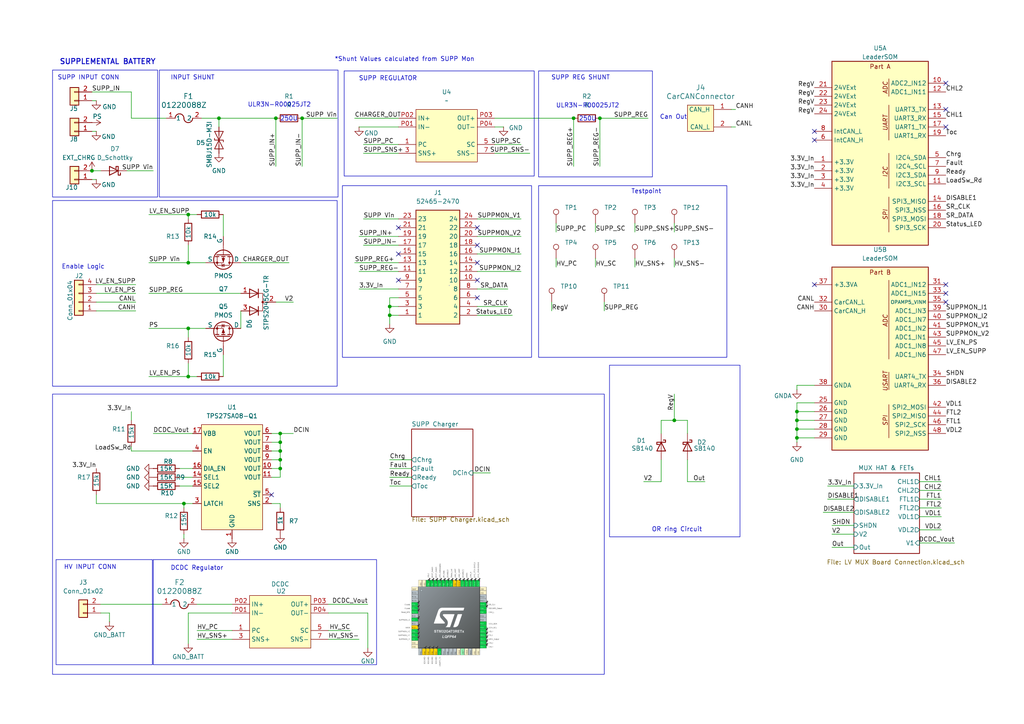
<source format=kicad_sch>
(kicad_sch (version 20250114) (generator "eeschema") (generator_version "9.0")
  (paper "A4")
  (lib_symbols
    (symbol "Connector:TestPoint" (pin_numbers (hide yes)) (pin_names (offset 0.762) (hide yes))
      (property "Reference" "TP" (at 0 6.858 0))
      (property "Value" "TestPoint" (at 0 5.08 0))
      (symbol "TestPoint_1_1"
        (pin passive line (at 0 0 90) (length 2.54) (name "1") (number "1"))
      )
    )
    (symbol "Connector_Generic:Conn_01x02" (pin_names (offset 1.016) (hide yes))
      (property "Reference" "J" (at 0 2.54 0))
      (property "Value" "Conn_01x02" (at 0 -5.08 0))
      (symbol "Conn_01x02_1_1"
        (pin passive line (at -5.08 0 0) (length 3.81) (name "Pin_1") (number "1"))
        (pin passive line (at -5.08 -2.54 0) (length 3.81) (name "Pin_2") (number "2"))
      )
    )
    (symbol "Connector_Generic:Conn_01x04" (pin_names (offset 1.016) (hide yes))
      (property "Reference" "J" (at 0 5.08 0))
      (property "Value" "Conn_01x04" (at 0 -7.62 0))
      (symbol "Conn_01x04_1_1"
        (pin passive line (at -5.08 2.54 0) (length 3.81) (name "Pin_1") (number "1"))
        (pin passive line (at -5.08 0 0) (length 3.81) (name "Pin_2") (number "2"))
        (pin passive line (at -5.08 -2.54 0) (length 3.81) (name "Pin_3") (number "3"))
        (pin passive line (at -5.08 -5.08 0) (length 3.81) (name "Pin_4") (number "4"))
      )
    )
    (symbol "Device:D_Schottky" (pin_numbers (hide yes)) (pin_names (offset 1.016) (hide yes))
      (property "Reference" "D" (at 0 2.54 0))
      (property "Value" "D_Schottky" (at 0 -2.54 0))
      (symbol "D_Schottky_1_1"
        (pin passive line (at -3.81 0 0) (length 2.54) (name "K") (number "1"))
        (pin passive line (at 3.81 0 180) (length 2.54) (name "A") (number "2"))
      )
    )
    (symbol "Device:R" (pin_numbers (hide yes)) (pin_names (offset 0))
      (property "Reference" "R" (at 2.032 0 90))
      (property "Value" "R" (at 0 0 90))
      (symbol "R_1_1"
        (pin passive line (at 0 3.81 270) (length 1.27) (name "~") (number "1"))
        (pin passive line (at 0 -3.81 90) (length 1.27) (name "~") (number "2"))
      )
    )
    (symbol "Diode:SB140" (pin_numbers (hide yes)) (pin_names (offset 1.016) (hide yes))
      (property "Reference" "D" (at 0 2.54 0))
      (property "Value" "SB140" (at 0 -2.54 0))
      (symbol "SB140_1_1"
        (pin passive line (at -3.81 0 0) (length 2.54) (name "K") (number "1"))
        (pin passive line (at 3.81 0 180) (length 2.54) (name "A") (number "2"))
      )
    )
    (symbol "Fuse:01220088Z" (pin_names (offset 0.254))
      (property "Reference" "F" (at 5.08 3.175 0))
      (property "Value" "01220088Z" (at 5.08 -3.175 0))
      (symbol "01220088Z_1_1"
        (pin unspecified line (at 0 0 0) (length 2.54) (name "1") (number "1"))
        (pin unspecified line (at 10.16 0 180) (length 2.54) (name "2") (number "2"))
      )
      (symbol "01220088Z_1_2"
        (pin unspecified line (at 0 10.16 270) (length 2.54) (name "2") (number "2"))
        (pin unspecified line (at 0 0 90) (length 2.54) (name "1") (number "1"))
      )
    )
    (symbol "LV Base Library:SBLB25L30CT" (pin_names (offset 0.762) (hide yes))
      (property "Reference" "D" (at 0 5.08 0))
      (property "Value" "STPS2045CG-TR" (at 0 -5.08 0))
      (symbol "SBLB25L30CT_0_1"
        (pin passive line (at -5.08 2.54 0) (length 2.54) (name "A") (number "1"))
        (pin passive line (at -5.08 -2.54 0) (length 2.54) (name "A") (number "3"))
        (pin passive line (at 5.08 0 180) (length 2.54) (name "K") (number "2"))
      )
    )
    (symbol "PDU Lib:TPS27SA08-Q1"
      (property "Reference" "U" (at 0 18.542 0))
      (property "Value" "TPS27SA08-Q1" (at 0 16.51 0))
      (symbol "TPS27SA08-Q1_1_0"
        (pin power_in line (at -11.43 12.7 0) (length 2.54) (name "VBB") (number "17"))
        (pin input line (at -11.43 7.62 0) (length 2.54) (name "EN") (number "4"))
        (pin input line (at -11.43 2.54 0) (length 2.54) (name "DIA_EN") (number "16"))
        (pin input line (at -11.43 0 0) (length 2.54) (name "SEL1") (number "14"))
        (pin input line (at -11.43 -2.54 0) (length 2.54) (name "SEL2") (number "15"))
        (pin input line (at -11.43 -7.62 0) (length 2.54) (name "LATCH") (number "3"))
        (pin no_connect line (at -11.43 -11.43 0) (length 2.54) (hide yes) (name "NC") (number "12"))
        (pin no_connect line (at -11.43 -13.97 0) (length 2.54) (hide yes) (name "NC") (number "13"))
        (pin power_out line (at 11.43 12.7 180) (length 2.54) (name "VOUT") (number "6"))
        (pin power_out line (at 11.43 10.16 180) (length 2.54) (name "VOUT") (number "7"))
        (pin power_out line (at 11.43 7.62 180) (length 2.54) (name "VOUT") (number "8"))
        (pin power_out line (at 11.43 5.08 180) (length 2.54) (name "VOUT") (number "9"))
        (pin power_out line (at 11.43 2.54 180) (length 2.54) (name "VOUT") (number "10"))
        (pin power_out line (at 11.43 0 180) (length 2.54) (name "VOUT") (number "11"))
        (pin output line (at 11.43 -5.08 180) (length 2.54) (name "~{ST}") (number "5"))
        (pin output line (at 11.43 -7.62 180) (length 2.54) (name "SNS") (number "2"))
      )
      (symbol "TPS27SA08-Q1_1_1"
        (pin passive line (at 0 -17.78 90) (length 2.54) (name "GND") (number "1"))
      )
    )
    (symbol "PowerBoardLib:SMBJ15D-M3I" (pin_numbers (hide yes)) (pin_names (hide yes))
      (property "Reference" "D" (at 0 5.08 0))
      (property "Value" "SMBJ15D-M3I" (at 0 2.54 0))
      (symbol "SMBJ15D-M3I_1_1"
        (pin passive line (at -3.81 0 0) (length 2.54) (name "K") (number "1"))
        (pin passive line (at 3.81 0 180) (length 2.54) (name "A") (number "2"))
      )
    )
    (symbol "Simulation_SPICE:PMOS" (pin_numbers (hide yes)) (pin_names (offset 0))
      (property "Reference" "Q" (at 5.08 1.27 0))
      (property "Value" "PMOS" (at 5.08 -1.27 0))
      (symbol "PMOS_1_1"
        (pin input line (at -5.08 0 0) (length 2.54) (name "G") (number "2"))
        (pin passive line (at 2.54 5.08 270) (length 2.54) (name "D") (number "1"))
        (pin passive line (at 2.54 -5.08 90) (length 2.54) (name "S") (number "3"))
      )
    )
    (symbol "power:+24V" (power) (pin_numbers (hide yes)) (pin_names (offset 0) (hide yes))
      (property "Value" "+24V" (at 0 3.556 0))
      (symbol "+24V_1_1"
        (pin power_in line (at 0 0 90) (length 0) (name "~") (number "1"))
      )
    )
    (symbol "power:GND" (power) (pin_numbers (hide yes)) (pin_names (offset 0) (hide yes))
      (property "Value" "GND" (at 0 -3.81 0))
      (symbol "GND_1_1"
        (pin power_in line (at 0 0 270) (length 0) (name "~") (number "1"))
      )
    )
    (symbol "power:GND1" (power) (pin_numbers (hide yes)) (pin_names (offset 0) (hide yes))
      (property "Value" "GND1" (at 0 -3.81 0))
      (symbol "GND1_1_1"
        (pin power_in line (at 0 0 270) (length 0) (name "~") (number "1"))
      )
    )
    (symbol "power:GNDA" (power) (pin_numbers (hide yes)) (pin_names (offset 0) (hide yes))
      (property "Value" "GNDA" (at 0 -3.81 0))
      (symbol "GNDA_1_1"
        (pin power_in line (at 0 0 270) (length 0) (name "~") (number "1"))
      )
    )
    (symbol "utsvt_connectors:52465-2470"
      (property "Reference" "J" (at 10.16 7.366 0))
      (property "Value" "52465-2470" (at 5.334 4.826 0))
      (symbol "52465-2470_1_1"
        (pin passive line (at 0 0 0) (length 5.08) (name "23") (number "23"))
        (pin passive line (at 0 -2.54 0) (length 5.08) (name "21") (number "21"))
        (pin passive line (at 0 -5.08 0) (length 5.08) (name "19") (number "19"))
        (pin passive line (at 0 -7.62 0) (length 5.08) (name "17") (number "17"))
        (pin passive line (at 0 -10.16 0) (length 5.08) (name "15") (number "15"))
        (pin passive line (at 0 -12.7 0) (length 5.08) (name "13") (number "13"))
        (pin passive line (at 0 -15.24 0) (length 5.08) (name "11") (number "11"))
        (pin passive line (at 0 -17.78 0) (length 5.08) (name "9") (number "9"))
        (pin passive line (at 0 -20.32 0) (length 5.08) (name "7") (number "7"))
        (pin passive line (at 0 -22.86 0) (length 5.08) (name "5") (number "5"))
        (pin passive line (at 0 -25.4 0) (length 5.08) (name "3") (number "3"))
        (pin passive line (at 0 -27.94 0) (length 5.08) (name "1") (number "1"))
        (pin passive line (at 22.86 0 180) (length 5.08) (name "24") (number "24"))
        (pin passive line (at 22.86 -2.54 180) (length 5.08) (name "22") (number "22"))
        (pin passive line (at 22.86 -5.08 180) (length 5.08) (name "20") (number "20"))
        (pin passive line (at 22.86 -7.62 180) (length 5.08) (name "18") (number "18"))
        (pin passive line (at 22.86 -10.16 180) (length 5.08) (name "16") (number "16"))
        (pin passive line (at 22.86 -12.7 180) (length 5.08) (name "14") (number "14"))
        (pin passive line (at 22.86 -15.24 180) (length 5.08) (name "12") (number "12"))
        (pin passive line (at 22.86 -17.78 180) (length 5.08) (name "10") (number "10"))
        (pin passive line (at 22.86 -20.32 180) (length 5.08) (name "8") (number "8"))
        (pin passive line (at 22.86 -22.86 180) (length 5.08) (name "6") (number "6"))
        (pin passive line (at 22.86 -25.4 180) (length 5.08) (name "4") (number "4"))
        (pin passive line (at 22.86 -27.94 180) (length 5.08) (name "2") (number "2"))
      )
    )
    (symbol "utsvt_connectors:CarCANConnector" (pin_names (offset 1.016))
      (property "Reference" "J" (at 0 7.874 0))
      (property "Value" "CarCANConnector" (at 0 5.588 0))
      (symbol "CarCANConnector_1_1"
        (pin bidirectional line (at 8.89 2.54 180) (length 5.08) (name "CAN_H") (number "1"))
        (pin bidirectional line (at 8.89 -2.54 180) (length 5.08) (name "CAN_L") (number "2"))
      )
    )
    (symbol "utsvt_connectors:LeaderSOMConnector"
      (property "Reference" "U" (at 0 30.734 0))
      (property "Value" "LeaderSOM" (at -0.254 28.448 0))
      (symbol "LeaderSOMConnector_1_1"
        (text "Part A" (at 0 25.146 0) (effects (font (size 1.27 1.27))))
        (text "ADC" (at 1.524 19.05 900) (effects (font (size 1.27 1.27) (italic yes))))
        (text "UART" (at 1.524 8.89 900) (effects (font (size 1.27 1.27) (italic yes))))
        (text "I2C" (at 1.524 -5.334 900) (effects (font (size 1.27 1.27) (italic yes))))
        (text "SPI" (at 1.524 -17.78 900) (effects (font (size 1.27 1.27) (italic yes))))
        (pin input line (at -19.05 19.05 0) (length 5.08) (name "24VExt") (number "21"))
        (pin input line (at -19.05 16.51 0) (length 5.08) (name "24VExt") (number "22"))
        (pin input line (at -19.05 13.97 0) (length 5.08) (name "24VExt") (number "23"))
        (pin input line (at -19.05 11.43 0) (length 5.08) (name "24VExt") (number "24"))
        (pin input line (at -19.05 6.35 0) (length 5.08) (name "IntCAN_L") (number "8"))
        (pin input line (at -19.05 3.81 0) (length 5.08) (name "IntCAN_H") (number "6"))
        (pin output line (at -19.05 -2.54 0) (length 5.08) (name "+3.3V") (number "1"))
        (pin output line (at -19.05 -5.08 0) (length 5.08) (name "+3.3V") (number "2"))
        (pin output line (at -19.05 -7.62 0) (length 5.08) (name "+3.3V") (number "3"))
        (pin output line (at -19.05 -10.16 0) (length 5.08) (name "+3.3V") (number "4"))
        (pin no_connect line (at -19.05 -15.24 0) (length 5.08) (hide yes) (name "MNT") (number "49"))
        (pin no_connect line (at -19.05 -17.78 0) (length 5.08) (hide yes) (name "MNT") (number "50"))
        (pin no_connect line (at -19.05 -20.32 0) (length 5.08) (hide yes) (name "MNT") (number "51"))
        (pin no_connect line (at -19.05 -22.606 0) (length 5.08) (hide yes) (name "MNT") (number "52"))
        (pin input line (at 19.05 20.32 180) (length 5.08) (name "ADC2_IN12") (number "10"))
        (pin input line (at 19.05 17.78 180) (length 5.08) (name "ADC1_IN11") (number "12"))
        (pin bidirectional line (at 19.05 12.7 180) (length 5.08) (name "UART3_TX") (number "13"))
        (pin bidirectional line (at 19.05 10.16 180) (length 5.08) (name "UART3_RX") (number "15"))
        (pin bidirectional line (at 19.05 7.62 180) (length 5.08) (name "UART1_TX") (number "17"))
        (pin bidirectional line (at 19.05 5.08 180) (length 5.08) (name "UART1_RX") (number "19"))
        (pin bidirectional line (at 19.05 -1.27 180) (length 5.08) (name "I2C4_SDA") (number "5"))
        (pin input line (at 19.05 -3.81 180) (length 5.08) (name "I2C4_SCL") (number "7"))
        (pin bidirectional line (at 19.05 -6.35 180) (length 5.08) (name "I2C3_SDA") (number "9"))
        (pin input line (at 19.05 -8.89 180) (length 5.08) (name "I2C3_SCL") (number "11"))
        (pin input line (at 19.05 -13.97 180) (length 5.08) (name "SPI3_MISO") (number "14"))
        (pin output line (at 19.05 -16.51 180) (length 5.08) (name "SPI3_NSS") (number "16"))
        (pin output line (at 19.05 -19.05 180) (length 5.08) (name "SPI3_MOSI") (number "18"))
        (pin output line (at 19.05 -21.59 180) (length 5.08) (name "SPI3_SCK") (number "20"))
      )
      (symbol "LeaderSOMConnector_2_1"
        (text "Part B" (at 0 25.146 0) (effects (font (size 1.27 1.27))))
        (text "ADC" (at 1.524 11.176 900) (effects (font (size 1.27 1.27) (italic yes))))
        (text "USART" (at 1.524 -6.35 900) (effects (font (size 1.27 1.27) (italic yes))))
        (text "SPI" (at 1.524 -17.78 900) (effects (font (size 1.27 1.27) (italic yes))))
        (pin output line (at -19.05 21.59 0) (length 5.08) (name "+3.3VA") (number "37"))
        (pin input line (at -19.05 16.51 0) (length 5.08) (name "CarCAN_L") (number "32"))
        (pin input line (at -19.05 13.97 0) (length 5.08) (name "CarCAN_H") (number "30"))
        (pin input line (at -19.05 -7.62 0) (length 5.08) (name "GNDA") (number "38"))
        (pin input line (at -19.05 -12.7 0) (length 5.08) (name "GND") (number "25"))
        (pin input line (at -19.05 -15.24 0) (length 5.08) (name "GND") (number "26"))
        (pin input line (at -19.05 -17.78 0) (length 5.08) (name "GND") (number "27"))
        (pin input line (at -19.05 -20.32 0) (length 5.08) (name "GND") (number "28"))
        (pin input line (at -19.05 -22.86 0) (length 5.08) (name "GND") (number "29"))
        (pin input line (at 19.05 21.59 180) (length 5.08) (name "ADC1_IN12") (number "31"))
        (pin output line (at 19.05 19.05 180) (length 5.08) (name "ADC1_IN15") (number "33"))
        (pin output line (at 19.05 16.51 180) (length 5.08) (name "OPAMP5_VINM") (number "35"))
        (pin output line (at 19.05 13.97 180) (length 5.08) (name "ADC1_IN3") (number "39"))
        (pin input line (at 19.05 11.43 180) (length 5.08) (name "ADC1_IN7") (number "40"))
        (pin input line (at 19.05 8.89 180) (length 5.08) (name "ADC1_IN2") (number "41"))
        (pin input line (at 19.05 6.35 180) (length 5.08) (name "ADC1_IN1") (number "43"))
        (pin output line (at 19.05 3.81 180) (length 5.08) (name "ADC1_IN8") (number "45"))
        (pin output line (at 19.05 1.27 180) (length 5.08) (name "ADC1_IN6") (number "47"))
        (pin output line (at 19.05 -5.08 180) (length 5.08) (name "UART4_TX") (number "34"))
        (pin output line (at 19.05 -7.62 180) (length 5.08) (name "UART4_RX") (number "36"))
        (pin output line (at 19.05 -13.97 180) (length 5.08) (name "SPI2_MOSI") (number "42"))
        (pin input line (at 19.05 -16.51 180) (length 5.08) (name "SPI2_MISO") (number "44"))
        (pin output line (at 19.05 -19.05 180) (length 5.08) (name "SPI2_SCK") (number "46"))
        (pin output line (at 19.05 -21.59 180) (length 5.08) (name "SPI2_NSS") (number "48"))
      )
    )
    (symbol "utsvt_connectors:Maxi_Carrier_Connector"
      (property "Reference" "U" (at 0 0 0))
      (symbol "Maxi_Carrier_Connector_1_1"
        (pin power_in line (at -13.97 -5.08 0) (length 5.08) (name "IN+") (number "P02"))
        (pin power_in line (at -13.97 -7.62 0) (length 5.08) (name "IN-") (number "P01"))
        (pin input line (at -13.97 -12.7 0) (length 5.08) (name "PC") (number "1"))
        (pin input line (at -13.97 -15.24 0) (length 5.08) (name "SNS+") (number "3"))
        (pin power_out line (at 13.97 -5.08 180) (length 5.08) (name "OUT+") (number "P03"))
        (pin power_out line (at 13.97 -7.62 180) (length 5.08) (name "OUT-") (number "P04"))
        (pin input line (at 13.97 -12.7 180) (length 5.08) (name "SC") (number "5"))
        (pin input line (at 13.97 -15.24 180) (length 5.08) (name "SNS-") (number "7"))
      )
    )
  )
  (rectangle (start 15.24 20.32) (end 45.72 57.15))
  (rectangle (start 44.45 162.306) (end 109.22 192.786))
  (rectangle (start 99.314 53.848) (end 154.178 103.632))
  (rectangle (start 99.822 20.574) (end 154.94 51.054))
  (rectangle (start 176.784 105.918) (end 214.63 155.702))
  (rectangle (start 156.21 20.574) (end 189.23 51.308))
  (rectangle (start 156.21 53.848) (end 210.82 103.632))
  (rectangle (start 16.256 162.306) (end 44.196 192.786))
  (rectangle (start 15.24 58.166) (end 97.79 112.014))
  (rectangle (start 46.228 20.32) (end 98.044 57.15))
  (rectangle (start 15.24 114.3) (end 175.26 195.58))
  (text "250U\n" (at 170.434 34.544 0) (effects (font (size 1.27 1.27))))
  (text "DCDC Regulator\n" (at 57.15 164.846 0) (effects (font (size 1.27 1.27))))
  (text "INPUT SHUNT" (at 55.88 22.606 0) (effects (font (size 1.27 1.27))))
  (text "ULR3N-R00025JT2" (at 170.434 30.734 0) (effects (font (size 1.27 1.27))))
  (text "*Shunt Values calculated from SUPP Mon\n" (at 117.348 17.272 0) (effects (font (size 1.27 1.27))))
  (text "OR ring Circuit" (at 196.342 153.67 0) (effects (font (size 1.27 1.27))))
  (text "SUPP REGULATOR\n" (at 112.522 22.86 0) (effects (font (size 1.27 1.27))))
  (text "250U\n" (at 83.82 34.544 0) (effects (font (size 1.27 1.27))))
  (text "Can Out\n" (at 195.326 34.036 0) (effects (font (size 1.27 1.27))))
  (text "SUPP INPUT CONN" (at 25.654 22.606 0) (effects (font (size 1.27 1.27))))
  (text "SUPPLEMENTAL BATTERY" (at 31.242 18.034 0) (effects (font (size 1.524 1.524) (thickness 0.254) (bold yes))))
  (text "Enable Logic\n" (at 24.13 77.47 0) (effects (font (size 1.27 1.27))))
  (text "ULR3N-R00025JT2" (at 81.026 30.48 0) (effects (font (size 1.27 1.27))))
  (text "HV INPUT CONN" (at 26.162 164.592 0) (effects (font (size 1.27 1.27))))
  (text "Testpoint\n" (at 187.452 55.626 0) (effects (font (size 1.27 1.27))))
  (text "SUPP REG SHUNT" (at 168.402 22.606 0) (effects (font (size 1.27 1.27))))
  (text_box "" (at 130.302 82.804 0) (size 0 0) (margins 0.9525 0.9525 0.9525 0.9525) (effects (font (size 1.27 1.27)) (justify bottom)))
  (junction (at 26.67 49.53))
  (junction (at 81.28 125.73))
  (junction (at 54.61 95.25))
  (junction (at 81.28 133.35))
  (junction (at 87.63 34.29))
  (junction (at 231.14 127))
  (junction (at 231.14 121.92))
  (junction (at 53.34 146.05))
  (junction (at 54.61 62.23))
  (junction (at 80.01 34.29))
  (junction (at 81.28 128.27))
  (junction (at 81.28 135.89))
  (junction (at 63.5 34.29))
  (junction (at 173.99 34.29))
  (junction (at 166.37 34.29))
  (junction (at 54.61 76.2))
  (junction (at 54.61 109.22))
  (junction (at 195.58 121.92))
  (junction (at 113.03 88.9))
  (junction (at 113.03 91.44))
  (junction (at 231.14 119.38))
  (junction (at 231.14 124.46))
  (junction (at 81.28 130.81))
  (no_connect (at 236.22 82.55))
  (no_connect (at 115.57 81.28))
  (no_connect (at 236.22 40.64))
  (no_connect (at 274.32 82.55))
  (no_connect (at 274.32 87.63))
  (no_connect (at 274.32 24.13))
  (no_connect (at 138.43 66.04))
  (no_connect (at 78.74 143.51))
  (no_connect (at 274.32 31.75))
  (no_connect (at 115.57 66.04))
  (no_connect (at 115.57 73.66))
  (no_connect (at 138.43 71.12))
  (no_connect (at 138.43 86.36))
  (no_connect (at 138.43 76.2))
  (no_connect (at 236.22 38.1))
  (no_connect (at 138.43 81.28))
  (no_connect (at 274.32 85.09))
  (no_connect (at 274.32 36.83))
  (wire (pts (xy 113.03 140.97) (xy 119.38 140.97)))
  (wire (pts (xy 39.37 90.17) (xy 27.94 90.17)))
  (wire (pts (xy 266.7 147.32) (xy 273.05 147.32)))
  (wire (pts (xy 85.09 87.63) (xy 80.01 87.63)))
  (wire (pts (xy 160.02 87.63) (xy 160.02 90.17)))
  (wire (pts (xy 52.07 140.97) (xy 55.88 140.97)))
  (wire (pts (xy 64.77 102.87) (xy 64.77 109.22)))
  (wire (pts (xy 57.15 62.23) (xy 54.61 62.23)))
  (wire (pts (xy 95.25 185.42) (xy 104.14 185.42)))
  (wire (pts (xy 113.03 91.44) (xy 113.03 93.98)))
  (wire (pts (xy 143.51 34.29) (xy 166.37 34.29)))
  (wire (pts (xy 191.77 125.73) (xy 191.77 121.92)))
  (wire (pts (xy 138.43 88.9) (xy 147.32 88.9)))
  (wire (pts (xy 52.07 138.43) (xy 55.88 138.43)))
  (wire (pts (xy 161.29 74.93) (xy 161.29 77.47)))
  (wire (pts (xy 43.18 85.09) (xy 69.85 85.09)))
  (wire (pts (xy 231.14 127) (xy 231.14 128.27)))
  (wire (pts (xy 113.03 88.9) (xy 115.57 88.9)))
  (wire (pts (xy 113.03 91.44) (xy 115.57 91.44)))
  (wire (pts (xy 266.7 142.24) (xy 273.05 142.24)))
  (wire (pts (xy 43.18 76.2) (xy 54.61 76.2)))
  (wire (pts (xy 57.15 185.42) (xy 67.31 185.42)))
  (wire (pts (xy 231.14 119.38) (xy 231.14 121.92)))
  (wire (pts (xy 78.74 135.89) (xy 81.28 135.89)))
  (wire (pts (xy 191.77 133.35) (xy 191.77 139.7)))
  (wire (pts (xy 195.58 121.92) (xy 199.39 121.92)))
  (wire (pts (xy 38.1 26.67) (xy 26.67 26.67)))
  (wire (pts (xy 38.1 34.29) (xy 38.1 26.67)))
  (wire (pts (xy 115.57 86.36) (xy 113.03 86.36)))
  (wire (pts (xy 137.16 137.16) (xy 142.24 137.16)))
  (wire (pts (xy 54.61 62.23) (xy 43.18 62.23)))
  (wire (pts (xy 231.14 119.38) (xy 236.22 119.38)))
  (wire (pts (xy 231.14 124.46) (xy 231.14 127)))
  (wire (pts (xy 44.45 49.53) (xy 36.83 49.53)))
  (wire (pts (xy 105.41 44.45) (xy 115.57 44.45)))
  (wire (pts (xy 54.61 177.8) (xy 67.31 177.8)))
  (wire (pts (xy 52.07 135.89) (xy 55.88 135.89)))
  (wire (pts (xy 95.25 177.8) (xy 106.68 177.8)))
  (wire (pts (xy 58.42 34.29) (xy 63.5 34.29)))
  (wire (pts (xy 184.15 64.77) (xy 184.15 67.31)))
  (wire (pts (xy 172.72 74.93) (xy 172.72 77.47)))
  (wire (pts (xy 78.74 146.05) (xy 81.28 146.05)))
  (wire (pts (xy 57.15 109.22) (xy 54.61 109.22)))
  (wire (pts (xy 87.63 34.29) (xy 87.63 48.26)))
  (wire (pts (xy 55.88 130.81) (xy 38.1 130.81)))
  (wire (pts (xy 78.74 128.27) (xy 81.28 128.27)))
  (wire (pts (xy 63.5 34.29) (xy 63.5 36.83)))
  (wire (pts (xy 39.37 87.63) (xy 27.94 87.63)))
  (wire (pts (xy 266.7 153.67) (xy 273.05 153.67)))
  (wire (pts (xy 199.39 121.92) (xy 199.39 125.73)))
  (wire (pts (xy 231.14 121.92) (xy 231.14 124.46)))
  (wire (pts (xy 138.43 83.82) (xy 147.32 83.82)))
  (wire (pts (xy 213.36 36.83) (xy 212.09 36.83)))
  (wire (pts (xy 106.68 177.8) (xy 106.68 187.96)))
  (wire (pts (xy 166.37 34.29) (xy 166.37 48.26)))
  (wire (pts (xy 113.03 135.89) (xy 119.38 135.89)))
  (wire (pts (xy 231.14 127) (xy 236.22 127)))
  (wire (pts (xy 55.88 146.05) (xy 53.34 146.05)))
  (wire (pts (xy 266.7 149.86) (xy 273.05 149.86)))
  (wire (pts (xy 81.28 135.89) (xy 81.28 133.35)))
  (wire (pts (xy 213.36 31.75) (xy 212.09 31.75)))
  (wire (pts (xy 54.61 95.25) (xy 54.61 97.79)))
  (wire (pts (xy 175.26 87.63) (xy 175.26 90.17)))
  (wire (pts (xy 38.1 119.38) (xy 38.1 121.92)))
  (wire (pts (xy 113.03 86.36) (xy 113.03 88.9)))
  (wire (pts (xy 64.77 68.58) (xy 64.77 62.23)))
  (wire (pts (xy 266.7 157.48) (xy 276.86 157.48)))
  (wire (pts (xy 31.75 177.8) (xy 31.75 180.34)))
  (wire (pts (xy 59.69 76.2) (xy 54.61 76.2)))
  (wire (pts (xy 27.94 29.21) (xy 26.67 29.21)))
  (wire (pts (xy 81.28 125.73) (xy 81.28 128.27)))
  (wire (pts (xy 63.5 34.29) (xy 80.01 34.29)))
  (wire (pts (xy 236.22 111.76) (xy 231.14 111.76)))
  (wire (pts (xy 39.37 85.09) (xy 27.94 85.09)))
  (wire (pts (xy 83.82 76.2) (xy 69.85 76.2)))
  (wire (pts (xy 102.87 76.2) (xy 115.57 76.2)))
  (wire (pts (xy 241.3 154.94) (xy 247.65 154.94)))
  (wire (pts (xy 104.14 68.58) (xy 115.57 68.58)))
  (wire (pts (xy 191.77 139.7) (xy 186.69 139.7)))
  (wire (pts (xy 231.14 121.92) (xy 236.22 121.92)))
  (wire (pts (xy 195.58 64.77) (xy 195.58 67.31)))
  (wire (pts (xy 105.41 41.91) (xy 115.57 41.91)))
  (wire (pts (xy 95.25 175.26) (xy 106.68 175.26)))
  (wire (pts (xy 113.03 138.43) (xy 119.38 138.43)))
  (wire (pts (xy 95.25 182.88) (xy 101.6 182.88)))
  (wire (pts (xy 138.43 91.44) (xy 148.59 91.44)))
  (wire (pts (xy 173.99 34.29) (xy 187.96 34.29)))
  (wire (pts (xy 236.22 116.84) (xy 231.14 116.84)))
  (wire (pts (xy 81.28 128.27) (xy 81.28 130.81)))
  (wire (pts (xy 231.14 111.76) (xy 231.14 113.03)))
  (wire (pts (xy 53.34 154.94) (xy 53.34 156.21)))
  (wire (pts (xy 105.41 63.5) (xy 115.57 63.5)))
  (wire (pts (xy 53.34 146.05) (xy 53.34 147.32)))
  (wire (pts (xy 29.21 175.26) (xy 46.99 175.26)))
  (wire (pts (xy 172.72 67.31) (xy 172.72 64.77)))
  (wire (pts (xy 231.14 124.46) (xy 236.22 124.46)))
  (wire (pts (xy 78.74 133.35) (xy 81.28 133.35)))
  (wire (pts (xy 81.28 125.73) (xy 85.09 125.73)))
  (wire (pts (xy 266.7 144.78) (xy 273.05 144.78)))
  (wire (pts (xy 104.14 83.82) (xy 115.57 83.82)))
  (wire (pts (xy 195.58 114.3) (xy 195.58 121.92)))
  (wire (pts (xy 81.28 133.35) (xy 81.28 130.81)))
  (wire (pts (xy 54.61 105.41) (xy 54.61 109.22)))
  (wire (pts (xy 27.94 52.07) (xy 26.67 52.07)))
  (wire (pts (xy 27.94 38.1) (xy 26.67 38.1)))
  (wire (pts (xy 184.15 74.93) (xy 184.15 77.47)))
  (wire (pts (xy 31.75 177.8) (xy 29.21 177.8)))
  (wire (pts (xy 173.99 34.29) (xy 173.99 48.26)))
  (wire (pts (xy 53.34 146.05) (xy 27.94 146.05)))
  (wire (pts (xy 199.39 133.35) (xy 199.39 139.7)))
  (wire (pts (xy 78.74 125.73) (xy 81.28 125.73)))
  (wire (pts (xy 143.51 44.45) (xy 153.67 44.45)))
  (wire (pts (xy 59.69 95.25) (xy 54.61 95.25)))
  (wire (pts (xy 105.41 71.12) (xy 115.57 71.12)))
  (wire (pts (xy 240.03 144.78) (xy 247.65 144.78)))
  (wire (pts (xy 44.45 125.73) (xy 55.88 125.73)))
  (wire (pts (xy 54.61 63.5) (xy 54.61 62.23)))
  (wire (pts (xy 138.43 63.5) (xy 151.13 63.5)))
  (wire (pts (xy 240.03 140.97) (xy 247.65 140.97)))
  (wire (pts (xy 138.43 68.58) (xy 151.13 68.58)))
  (wire (pts (xy 143.51 36.83) (xy 146.05 36.83)))
  (wire (pts (xy 69.85 90.17) (xy 69.85 95.25)))
  (wire (pts (xy 266.7 139.7) (xy 273.05 139.7)))
  (wire (pts (xy 48.26 34.29) (xy 38.1 34.29)))
  (wire (pts (xy 113.03 88.9) (xy 113.03 91.44)))
  (wire (pts (xy 80.01 34.29) (xy 80.01 48.26)))
  (wire (pts (xy 138.43 78.74) (xy 151.13 78.74)))
  (wire (pts (xy 54.61 177.8) (xy 54.61 186.69)))
  (wire (pts (xy 26.67 49.53) (xy 29.21 49.53)))
  (wire (pts (xy 195.58 74.93) (xy 195.58 77.47)))
  (wire (pts (xy 39.37 82.55) (xy 27.94 82.55)))
  (wire (pts (xy 57.15 182.88) (xy 67.31 182.88)))
  (wire (pts (xy 113.03 133.35) (xy 119.38 133.35)))
  (wire (pts (xy 161.29 67.31) (xy 161.29 64.77)))
  (wire (pts (xy 241.3 152.4) (xy 247.65 152.4)))
  (wire (pts (xy 54.61 95.25) (xy 43.18 95.25)))
  (wire (pts (xy 81.28 138.43) (xy 81.28 135.89)))
  (wire (pts (xy 241.3 158.75) (xy 247.65 158.75)))
  (wire (pts (xy 38.1 129.54) (xy 38.1 130.81)))
  (wire (pts (xy 231.14 116.84) (xy 231.14 119.38)))
  (wire (pts (xy 238.76 148.59) (xy 247.65 148.59)))
  (wire (pts (xy 87.63 34.29) (xy 97.79 34.29)))
  (wire (pts (xy 102.87 34.29) (xy 115.57 34.29)))
  (wire (pts (xy 78.74 138.43) (xy 81.28 138.43)))
  (wire (pts (xy 138.43 73.66) (xy 151.13 73.66)))
  (wire (pts (xy 54.61 109.22) (xy 43.18 109.22)))
  (wire (pts (xy 57.15 175.26) (xy 67.31 175.26)))
  (wire (pts (xy 104.14 36.83) (xy 115.57 36.83)))
  (wire (pts (xy 81.28 146.05) (xy 81.28 147.32)))
  (wire (pts (xy 199.39 139.7) (xy 204.47 139.7)))
  (wire (pts (xy 54.61 76.2) (xy 54.61 71.12)))
  (wire (pts (xy 81.28 130.81) (xy 78.74 130.81)))
  (wire (pts (xy 151.13 41.91) (xy 143.51 41.91)))
  (wire (pts (xy 191.77 121.92) (xy 195.58 121.92)))
  (wire (pts (xy 104.14 78.74) (xy 115.57 78.74)))
  (wire (pts (xy 27.94 143.51) (xy 27.94 146.05)))
  (image (at 131.572 178.562) (scale 0.291437))
  (label "CHL2" (at 273.05 142.24 180))
  (label "Chrg" (at 274.32 45.72 0))
  (label "Toc" (at 113.03 140.97 0))
  (label "SUPPMON_I1" (at 274.32 90.17 0))
  (label "SUPP_IN" (at 26.67 26.67 0))
  (label "FTL2" (at 274.32 120.65 0))
  (label "CHL2" (at 274.32 26.67 0))
  (label "SUPP_PC" (at 161.29 67.31 0))
  (label "RegV" (at 236.22 25.4 180))
  (label "Status_LED" (at 148.59 91.44 180))
  (label "RegV" (at 236.22 33.02 180))
  (label "SUPP Vin" (at 43.18 76.2 0))
  (label "CANL" (at 39.37 87.63 180))
  (label "FTL1" (at 274.32 123.19 0))
  (label "SUPP_SNS+" (at 184.15 67.31 0))
  (label "DCDC_Vout" (at 276.86 157.48 180))
  (label "LV_EN_PS" (at 274.32 100.33 0))
  (label "FTL2" (at 273.05 147.32 180))
  (label "Ready" (at 113.03 138.43 0))
  (label "SR_CLK" (at 274.32 60.96 0))
  (label "RegV" (at 236.22 27.94 180))
  (label "SUPP_REG" (at 175.26 90.17 0))
  (label "SUPP_IN-" (at 87.63 48.26 90))
  (label "DCIN" (at 142.24 137.16 180))
  (label "SUPPMON_I2" (at 274.32 92.71 0))
  (label "CHL1" (at 274.32 34.29 0))
  (label "VDL1" (at 274.32 118.11 0))
  (label "CHARGER_OUT" (at 83.82 76.2 180))
  (label "SUPP_IN-" (at 105.41 71.12 0))
  (label "Toc" (at 274.32 39.37 0))
  (label "SUPP_SNS-" (at 195.58 67.31 0))
  (label "SUPP_PC" (at 105.41 41.91 0))
  (label "SUPP_REG+" (at 102.87 76.2 0))
  (label "VDL2" (at 274.32 125.73 0))
  (label "LV_EN_SUPP" (at 274.32 102.87 0))
  (label "RegV" (at 236.22 30.48 180))
  (label "VDL1" (at 273.05 149.86 180))
  (label "Fault" (at 274.32 48.26 0))
  (label "HV_SC" (at 101.6 182.88 180))
  (label "HV_SNS-" (at 104.14 185.42 180))
  (label "SR_DATA" (at 147.32 83.82 180))
  (label "HV_SNS+" (at 57.15 185.42 0))
  (label "3.3V_In" (at 38.1 119.38 180))
  (label "CHARGER_OUT" (at 102.87 34.29 0))
  (label "LoadSw_Rd" (at 274.32 53.34 0))
  (label "HV_SC" (at 172.72 77.47 0))
  (label "SUPPMON_V1" (at 151.13 63.5 180))
  (label "DISABLE1" (at 274.32 58.42 0))
  (label "V2" (at 85.09 87.63 180))
  (label "HV_PC" (at 57.15 182.88 0))
  (label "Out" (at 204.47 139.7 180))
  (label "DISABLE1" (at 240.03 144.78 0))
  (label "3.3V_In" (at 104.14 83.82 0))
  (label "CANH" (at 213.36 31.75 0))
  (label "SHDN" (at 241.3 152.4 0))
  (label "HV_PC" (at 161.29 77.47 0))
  (label "RegV" (at 195.58 114.3 270))
  (label "HV_SNS-" (at 195.58 77.47 0))
  (label "RegV" (at 160.02 90.17 0))
  (label "PS" (at 43.18 95.25 0))
  (label "SUPP_SNS+" (at 105.41 44.45 0))
  (label "LoadSw_Rd" (at 38.1 130.81 180))
  (label "SUPPMON_V2" (at 151.13 68.58 180))
  (label "SUPPMON_V2" (at 274.32 97.79 0))
  (label "SUPP Vin" (at 97.79 34.29 180))
  (label "Ready" (at 274.32 50.8 0))
  (label "SUPP_SNS-" (at 153.67 44.45 180))
  (label "Chrg" (at 113.03 133.35 0))
  (label "SUPP_REG-" (at 104.14 78.74 0))
  (label "CANH" (at 236.22 90.17 180))
  (label "DCIN" (at 85.09 125.73 0))
  (label "Status_LED" (at 274.32 66.04 0))
  (label "HV_SNS+" (at 184.15 77.47 0))
  (label "VDL2" (at 273.05 153.67 180))
  (label "CANL" (at 213.36 36.83 0))
  (label "LV_EN_PS" (at 43.18 109.22 0))
  (label "3.3V_In" (at 236.22 46.99 180))
  (label "CANH" (at 39.37 90.17 180))
  (label "SUPP_IN+" (at 104.14 68.58 0))
  (label "3.3V_In" (at 236.22 52.07 180))
  (label "CHL1" (at 273.05 139.7 180))
  (label "FTL1" (at 273.05 144.78 180))
  (label "3.3V_In" (at 27.94 135.89 180))
  (label "Out" (at 241.3 158.75 0))
  (label "3.3V_In" (at 236.22 54.61 180))
  (label "V2" (at 241.3 154.94 0))
  (label "Fault" (at 113.03 135.89 0))
  (label "SR_CLK" (at 147.32 88.9 180))
  (label "SUPPMON_I2" (at 151.13 78.74 180))
  (label "LV_EN_SUPP" (at 39.37 82.55 180))
  (label "SR_DATA" (at 274.32 63.5 0))
  (label "LV_EN_PS" (at 39.37 85.09 180))
  (label "DISABLE2" (at 238.76 148.59 0))
  (label "3.3V_In" (at 236.22 49.53 180))
  (label "SUPPMON_I1" (at 151.13 73.66 180))
  (label "SUPP_SC" (at 151.13 41.91 180))
  (label "SUPP_IN+" (at 80.01 48.26 90))
  (label "SHDN" (at 274.32 109.22 0))
  (label "LV_EN_SUPP" (at 43.18 62.23 0))
  (label "SUPP_REG-" (at 173.99 48.26 90))
  (label "SUPP Vin" (at 105.41 63.5 0))
  (label "DISABLE2" (at 274.32 111.76 0))
  (label "DCDC_Vout" (at 106.68 175.26 180))
  (label "SUPP_SC" (at 172.72 67.31 0))
  (label "DCDC_Vout" (at 44.45 125.73 0))
  (label "SUPP Vin" (at 44.45 49.53 180))
  (label "3.3V_In" (at 240.03 140.97 0))
  (label "SUPPMON_V1" (at 274.32 95.25 0))
  (label "SUPP_REG" (at 43.18 85.09 0))
  (label "CANL" (at 236.22 87.63 180))
  (label "SUPP_REG" (at 187.96 34.29 180))
  (label "SUPP_REG+" (at 166.37 48.26 90))
  (label "V2" (at 186.69 139.7 0))
  (symbol (lib_id "PowerBoardLib:SMBJ15D-M3I") (at 63.5 40.64 90) (unit 1)
    (property "Reference" "D5" (at 58.166 41.402 90))
    (property "Value" "SMBJ15D-M3I" (at 60.706 41.91 0))
    (property "Footprint" "PowerBoardLib:P26_DO-214AA_SMB" (effects (hide yes)))
    (property "Datasheet" "https://www.vishay.com/docs/87606/smbj5cdthrusmbj120cd.pdf" (effects (hide yes)))
    (property "Description" "Bidirectional TVS Diode" (effects (hide yes)))
    (property "MFG PN" "SMBJ15D-M3I" (effects (hide yes)))
  )
  (symbol (lib_id "utsvt_connectors:CarCANConnector") (at 203.2 34.29 0) (unit 1)
    (property "Reference" "J4" (at 203.2 25.4 0) (effects (font (size 1.524 1.524))))
    (property "Value" "CarCANConnector" (at 203.2 27.94 0) (effects (font (size 1.524 1.524))))
    (property "Footprint" "UTSVT_Connectors:Molex_Nano-Fit_105309-xx02_1x02_P2.50mm_Vertical" (effects (hide yes)))
    (property "Datasheet" "https://www.digikey.com/en/products/detail/molex/1053091102/7693146" (effects (hide yes)))
    (property "Description" "Connector" (effects (hide yes)))
    (property "P/N" "1053091102" (effects (hide yes)))
  )
  (symbol (lib_id "PDU Lib:TPS27SA08-Q1") (at 67.31 138.43 0) (unit 1)
    (property "Reference" "U1" (at 67.31 118.11 0))
    (property "Value" "TPS27SA08-Q1" (at 67.31 120.65 0))
    (property "Footprint" "Package_SO:HTSSOP-16-1EP_4.4x5mm_P0.65mm_EP3.4x5mm_Mask2.66x2.46mm_ThermalVias" (effects (hide yes)))
    (property "Datasheet" "${KIPRJMOD}/../lib/PowerDistributionUnitLib_docs/tps27sa08-q1.pdf" (effects (hide yes)))
  )
  (symbol (lib_id "Diode:SB140") (at 191.77 129.54 270) (unit 1)
    (property "Reference" "D1" (at 184.658 127.762 90) (effects (justify left)))
    (property "Value" "SB140" (at 183.134 130.048 90) (effects (justify left)))
    (property "Footprint" "Diode_THT:D_DO-41_SOD81_P10.16mm_Horizontal" (effects (hide yes)))
    (property "Datasheet" "http://www.diodes.com/_files/datasheets/ds23022.pdf" (effects (hide yes)))
    (property "Description" "40V 1A Schottky Barrier Rectifier Diode, DO-41" (effects (hide yes)))
  )
  (symbol (lib_id "power:GND1") (at 54.61 186.69 0) (unit 1)
    (property "Reference" "#PWR019" (effects (hide yes)))
    (property "Value" "GND_BATT" (at 54.61 190.5 0))
    (property "Description" "Power symbol creates a global label with name \"GND1\" , ground" (effects (hide yes)))
  )
  (symbol (lib_id "Device:R") (at 170.18 34.29 90) (unit 1)
    (property "Reference" "R2" (at 170.18 27.94 90))
    (property "Value" "R" (at 170.18 30.48 90))
    (property "Footprint" "LV Carrier Library:RESC1005X40N" (effects (hide yes)))
    (property "Description" "Resistor" (effects (hide yes)))
  )
  (symbol (lib_id "power:+24V") (at 26.67 49.53 0) (mirror y) (unit 1)
    (property "Reference" "#PWR029" (effects (hide yes)))
    (property "Value" "EXT_CHRG" (at 22.86 45.72 0))
    (property "Description" "Power symbol creates a global label with name \"+24V\"" (effects (hide yes)))
  )
  (symbol (lib_id "power:GND") (at 113.03 93.98 0) (unit 1)
    (property "Reference" "#PWR07" (effects (hide yes)))
    (property "Value" "GND" (at 113.03 99.06 0))
    (property "Description" "Power symbol creates a global label with name \"GND\" , ground" (effects (hide yes)))
  )
  (symbol (lib_id "Device:R") (at 60.96 109.22 270) (mirror x) (unit 1)
    (property "Reference" "R15" (at 60.96 102.87 90))
    (property "Value" "10k" (at 60.96 109.22 90))
    (property "Footprint" "Resistor_SMD:R_0805_2012Metric" (effects (hide yes)))
    (property "Description" "Resistor" (effects (hide yes)))
  )
  (symbol (lib_id "LV Base Library:SBLB25L30CT") (at 74.93 87.63 0) (unit 1)
    (property "Reference" "D6" (at 72.3266 95.25 90) (effects (justify left)))
    (property "Value" "STPS2045CG-TR" (at 77.216 79.756 90) (effects (justify right)))
    (property "Footprint" "Package_TO_SOT_SMD:TO-263-2" (effects (hide yes)))
    (property "Datasheet" "kicad-embed://STPS2045CG-TR.pdf" (effects (hide yes)))
    (property "Description" "Dual diode, common cathode on pin 1" (effects (hide yes)))
    (property "P/N" "STPS2045CG-TR" (effects (hide yes)))
  )
  (symbol (lib_id "Connector:TestPoint") (at 161.29 64.77 0) (unit 1)
    (property "Reference" "TP1" (at 163.83 60.1979 0) (effects (justify left)))
    (property "Value" "TestPoint" (effects (hide yes)))
    (property "Footprint" "UTSVT_Special:TestPoint_HEX_3mmID" (effects (hide yes)))
    (property "Description" "test point" (effects (hide yes)))
  )
  (symbol (lib_id "utsvt_connectors:LeaderSOMConnector") (at 255.27 44.45 0) (unit 1)
    (property "Reference" "U5" (at 255.27 13.97 0))
    (property "Value" "LeaderSOM" (at 255.27 16.51 0))
    (property "Footprint" "UTSVT_Special:LeaderSOM" (effects (hide yes)))
    (property "Datasheet" "https://github.com/lhr-solar/LeaderSOMPCB" (effects (hide yes)))
    (property "Description" "Symbol for both board-to-board connectors from the LeaderSOM" (effects (hide yes)))
  )
  (symbol (lib_id "utsvt_connectors:LeaderSOMConnector") (at 255.27 104.14 0) (unit 2)
    (property "Reference" "U5" (at 255.27 72.39 0))
    (property "Value" "LeaderSOM" (at 255.27 74.93 0))
    (property "Footprint" "UTSVT_Special:LeaderSOM" (effects (hide yes)))
    (property "Datasheet" "https://github.com/lhr-solar/LeaderSOMPCB" (effects (hide yes)))
    (property "Description" "Symbol for both board-to-board connectors from the LeaderSOM" (effects (hide yes)))
  )
  (symbol (lib_id "power:GND") (at 63.5 44.45 0) (unit 1)
    (property "Reference" "#PWR027" (effects (hide yes)))
    (property "Value" "GND" (at 63.5 49.53 0))
    (property "Description" "Power symbol creates a global label with name \"GND\" , ground" (effects (hide yes)))
  )
  (symbol (lib_id "power:GNDA") (at 231.14 113.03 0) (unit 1)
    (property "Reference" "#PWR024" (effects (hide yes)))
    (property "Value" "GNDA" (at 227.076 114.808 0))
    (property "Description" "Power symbol creates a global label with name \"GNDA\" , analog ground" (effects (hide yes)))
  )
  (symbol (lib_id "power:GND") (at 104.14 36.83 0) (unit 1)
    (property "Reference" "#PWR02" (effects (hide yes)))
    (property "Value" "GND" (at 107.696 38.608 0))
    (property "Description" "Power symbol creates a global label with name \"GND\" , ground" (effects (hide yes)))
  )
  (symbol (lib_id "Connector:TestPoint") (at 172.72 64.77 0) (unit 1)
    (property "Reference" "TP2" (at 175.26 60.1979 0) (effects (justify left)))
    (property "Value" "TestPoint" (effects (hide yes)))
    (property "Footprint" "UTSVT_Special:TestPoint_HEX_3mmID" (effects (hide yes)))
    (property "Description" "test point" (effects (hide yes)))
  )
  (symbol (lib_id "power:GND") (at 44.45 135.89 270) (unit 1)
    (property "Reference" "#PWR018" (effects (hide yes)))
    (property "Value" "GND" (at 40.64 135.8899 90) (effects (justify right)))
    (property "Description" "Power symbol creates a global label with name \"GND\" , ground" (effects (hide yes)))
  )
  (symbol (lib_id "power:GND") (at 231.14 128.27 0) (unit 1)
    (property "Reference" "#PWR025" (effects (hide yes)))
    (property "Value" "GND" (at 231.14 133.35 0))
    (property "Description" "Power symbol creates a global label with name \"GND\" , ground" (effects (hide yes)))
  )
  (symbol (lib_id "Connector_Generic:Conn_01x02") (at 21.59 38.1 180) (unit 1)
    (property "Reference" "J8" (at 22.606 40.386 0) (effects (justify left)))
    (property "Value" "Conn_01x02" (effects (hide yes)))
    (property "Footprint" "Connector_AMASS:AMASS_XT30U-M_1x02_P5.0mm_Vertical" (effects (hide yes)))
    (property "Description" "Generic connector, single row, 01x02, script generated (kicad-library-utils/schlib/autogen/connector/)" (effects (hide yes)))
  )
  (symbol (lib_id "Device:R") (at 48.26 135.89 90) (unit 1)
    (property "Reference" "R8" (at 48.768 133.858 90))
    (property "Value" "15K" (at 48.26 135.89 90))
    (property "Footprint" "Resistor_SMD:R_0805_2012Metric" (effects (hide yes)))
    (property "Description" "Resistor" (effects (hide yes)))
  )
  (symbol (lib_id "utsvt_connectors:Maxi_Carrier_Connector") (at 81.28 170.18 0) (unit 1)
    (property "Reference" "U2" (at 81.534 171.45 0))
    (property "Value" "DCDC" (at 81.28 169.418 0))
    (property "Footprint" "LV Carrier Library:Maxi_Carrier_Connector" (effects (hide yes)))
    (property "Datasheet" "https://suddendocs.samtec.com/productspecs/et60s-et60t.pdf" (effects (hide yes)))
    (property "Description" "Maxi DC-DC Converter Carrier Vertical PCB Mount Connector" (effects (hide yes)))
    (property "P/N" "SAMTEC_ET60S-D02-3-08-D02-X-V1-S" (effects (hide yes)))
    (property "Datasheet2" "https://www.vicorpower.com/documents/datasheets/ds_110vin-maxi-family.pdf" (effects (hide yes)))
  )
  (symbol (lib_id "power:GND1") (at 31.75 180.34 0) (unit 1)
    (property "Reference" "#PWR017" (effects (hide yes)))
    (property "Value" "GND_BATT" (at 31.75 184.15 0))
    (property "Description" "Power symbol creates a global label with name \"GND1\" , ground" (effects (hide yes)))
  )
  (symbol (lib_id "Fuse:01220088Z") (at 48.26 34.29 0) (unit 1)
    (property "Reference" "F1" (at 54.61 27.94 0) (effects (font (size 1.524 1.524))))
    (property "Value" "01220088Z" (at 53.34 30.48 0) (effects (font (size 1.524 1.524))))
    (property "Footprint" "LV Carrier Library:FUSE_3568" (effects (hide yes)))
    (property "Datasheet" "01220088Z" (effects (hide yes)))
  )
  (symbol (lib_id "Connector_Generic:Conn_01x02") (at 21.59 52.07 180) (unit 1)
    (property "Reference" "J10" (at 22.606 54.356 0) (effects (justify left)))
    (property "Value" "Conn_01x02" (effects (hide yes)))
    (property "Footprint" "Connector_AMASS:AMASS_XT60-M_1x02_P7.20mm_Vertical" (effects (hide yes)))
    (property "Description" "Generic connector, single row, 01x02, script generated (kicad-library-utils/schlib/autogen/connector/)" (effects (hide yes)))
  )
  (symbol (lib_id "Connector:TestPoint") (at 184.15 64.77 0) (unit 1)
    (property "Reference" "TP3" (at 186.69 60.1979 0) (effects (justify left)))
    (property "Value" "TestPoint" (effects (hide yes)))
    (property "Footprint" "UTSVT_Special:TestPoint_HEX_3mmID" (effects (hide yes)))
    (property "Description" "test point" (effects (hide yes)))
  )
  (symbol (lib_id "Connector:TestPoint") (at 172.72 74.93 0) (unit 1)
    (property "Reference" "TP5" (at 175.26 70.3579 0) (effects (justify left)))
    (property "Value" "TestPoint" (effects (hide yes)))
    (property "Footprint" "UTSVT_Special:TestPoint_HEX_3mmID" (effects (hide yes)))
    (property "Description" "test point" (effects (hide yes)))
  )
  (symbol (lib_id "power:GND") (at 27.94 38.1 0) (unit 1)
    (property "Reference" "#PWR08" (effects (hide yes)))
    (property "Value" "GND" (at 33.528 39.624 0) (effects (justify right)))
    (property "Description" "Power symbol creates a global label with name \"GND\" , ground" (effects (hide yes)))
  )
  (symbol (lib_id "Connector:TestPoint") (at 195.58 74.93 0) (unit 1)
    (property "Reference" "TP13" (at 198.12 70.3579 0) (effects (justify left)))
    (property "Value" "TestPoint" (effects (hide yes)))
    (property "Footprint" "UTSVT_Special:TestPoint_HEX_3mmID" (effects (hide yes)))
    (property "Description" "test point" (effects (hide yes)))
  )
  (symbol (lib_id "Device:R") (at 83.82 34.29 90) (unit 1)
    (property "Reference" "R1" (at 83.82 27.94 90))
    (property "Value" "R" (at 83.82 30.48 90))
    (property "Footprint" "LV Carrier Library:RESC1005X40N" (effects (hide yes)))
    (property "Description" "Resistor" (effects (hide yes)))
  )
  (symbol (lib_id "Fuse:01220088Z") (at 46.99 175.26 0) (unit 1)
    (property "Reference" "F2" (at 52.07 168.91 0) (effects (font (size 1.524 1.524))))
    (property "Value" "01220088Z" (at 52.07 171.45 0) (effects (font (size 1.524 1.524))))
    (property "Footprint" "LV Carrier Library:FUSE_3568" (effects (hide yes)))
    (property "Datasheet" "01220088Z" (effects (hide yes)))
  )
  (symbol (lib_id "power:GND") (at 67.31 156.21 0) (unit 1)
    (property "Reference" "#PWR013" (effects (hide yes)))
    (property "Value" "GND" (at 67.31 160.02 0))
    (property "Description" "Power symbol creates a global label with name \"GND\" , ground" (effects (hide yes)))
  )
  (symbol (lib_id "power:GND") (at 146.05 36.83 0) (unit 1)
    (property "Reference" "#PWR05" (effects (hide yes)))
    (property "Value" "GND" (at 149.606 37.084 0))
    (property "Description" "Power symbol creates a global label with name \"GND\" , ground" (effects (hide yes)))
  )
  (symbol (lib_id "Device:R") (at 27.94 139.7 0) (unit 1)
    (property "Reference" "R17" (at 22.352 138.43 0) (effects (justify left)))
    (property "Value" "15k" (at 27.94 141.224 90) (effects (justify left)))
    (property "Footprint" "Resistor_SMD:R_0805_2012Metric" (effects (hide yes)))
    (property "Description" "Resistor" (effects (hide yes)))
  )
  (symbol (lib_id "Device:R") (at 53.34 151.13 0) (unit 1)
    (property "Reference" "R12" (at 47.752 149.606 0) (effects (justify left)))
    (property "Value" "15K" (at 53.34 152.654 90) (effects (justify left)))
    (property "Footprint" "Resistor_SMD:R_0805_2012Metric" (effects (hide yes)))
    (property "Description" "Resistor" (effects (hide yes)))
  )
  (symbol (lib_id "power:GND") (at 53.34 156.21 0) (unit 1)
    (property "Reference" "#PWR03" (effects (hide yes)))
    (property "Value" "GND" (at 53.34 160.02 0))
    (property "Description" "Power symbol creates a global label with name \"GND\" , ground" (effects (hide yes)))
  )
  (symbol (lib_id "Device:R") (at 81.28 151.13 0) (unit 1)
    (property "Reference" "R7" (at 83.82 151.1299 0) (effects (justify left)))
    (property "Value" "1k" (at 81.28 152.146 90) (effects (justify left)))
    (property "Footprint" "Resistor_SMD:R_0805_2012Metric" (effects (hide yes)))
    (property "Description" "Resistor" (effects (hide yes)))
  )
  (symbol (lib_id "Diode:SB140") (at 199.39 129.54 270) (unit 1)
    (property "Reference" "D2" (at 202.184 128.27 90) (effects (justify left)))
    (property "Value" "SB140" (at 201.168 130.048 90) (effects (justify left)))
    (property "Footprint" "Diode_THT:D_DO-41_SOD81_P10.16mm_Horizontal" (effects (hide yes)))
    (property "Datasheet" "http://www.diodes.com/_files/datasheets/ds23022.pdf" (effects (hide yes)))
    (property "Description" "40V 1A Schottky Barrier Rectifier Diode, DO-41" (effects (hide yes)))
  )
  (symbol (lib_id "power:GND") (at 106.68 187.96 0) (unit 1)
    (property "Reference" "#PWR011" (effects (hide yes)))
    (property "Value" "GND" (at 106.68 191.77 0))
    (property "Description" "Power symbol creates a global label with name \"GND\" , ground" (effects (hide yes)))
  )
  (symbol (lib_id "power:GND") (at 27.94 52.07 0) (unit 1)
    (property "Reference" "#PWR028" (effects (hide yes)))
    (property "Value" "GND" (at 33.528 53.594 0) (effects (justify right)))
    (property "Description" "Power symbol creates a global label with name \"GND\" , ground" (effects (hide yes)))
  )
  (symbol (lib_id "Device:R") (at 48.26 140.97 90) (unit 1)
    (property "Reference" "R10" (at 48.514 143.002 90))
    (property "Value" "15K" (at 48.26 140.97 90))
    (property "Footprint" "Resistor_SMD:R_0805_2012Metric" (effects (hide yes)))
    (property "Description" "Resistor" (effects (hide yes)))
  )
  (symbol (lib_id "power:GND") (at 81.28 154.94 0) (unit 1)
    (property "Reference" "#PWR016" (effects (hide yes)))
    (property "Value" "GND" (at 81.28 158.75 0))
    (property "Description" "Power symbol creates a global label with name \"GND\" , ground" (effects (hide yes)))
  )
  (symbol (lib_id "Device:R") (at 48.26 138.43 90) (unit 1)
    (property "Reference" "R9" (at 52.324 138.43 90))
    (property "Value" "15K" (at 48.26 138.43 90))
    (property "Footprint" "Resistor_SMD:R_0805_2012Metric" (effects (hide yes)))
    (property "Description" "Resistor" (effects (hide yes)))
  )
  (symbol (lib_id "Simulation_SPICE:PMOS") (at 64.77 73.66 270) (unit 1)
    (property "Reference" "Q7" (at 64.77 83.82 90))
    (property "Value" "PMOS" (at 64.77 80.01 90))
    (property "Footprint" "Package_SO:PowerPAK_SO-8_Single" (effects (hide yes)))
    (property "Datasheet" "https://ngspice.sourceforge.io/docs/ngspice-html-manual/manual.xhtml#cha_MOSFETs" (effects (hide yes)))
    (property "Description" "P-MOSFET transistor, drain/source/gate" (effects (hide yes)))
    (property "Sim.Device" "PMOS" (effects (hide yes)))
    (property "Sim.Type" "VDMOS" (effects (hide yes)))
    (property "Sim.Pins" "1=D 2=G 3=S" (effects (hide yes)))
  )
  (symbol (lib_id "Device:R") (at 60.96 62.23 270) (unit 1)
    (property "Reference" "R14" (at 60.96 68.58 90))
    (property "Value" "10k" (at 60.96 62.23 90))
    (property "Footprint" "Resistor_SMD:R_0805_2012Metric" (effects (hide yes)))
    (property "Description" "Resistor" (effects (hide yes)))
  )
  (symbol (lib_id "Connector:TestPoint") (at 161.29 74.93 0) (unit 1)
    (property "Reference" "TP4" (at 163.83 70.3579 0) (effects (justify left)))
    (property "Value" "TestPoint" (effects (hide yes)))
    (property "Footprint" "UTSVT_Special:TestPoint_HEX_3mmID" (effects (hide yes)))
    (property "Description" "test point" (effects (hide yes)))
  )
  (symbol (lib_id "power:GND") (at 44.45 140.97 270) (unit 1)
    (property "Reference" "#PWR026" (effects (hide yes)))
    (property "Value" "GND" (at 40.64 140.9699 90) (effects (justify right)))
    (property "Description" "Power symbol creates a global label with name \"GND\" , ground" (effects (hide yes)))
  )
  (symbol (lib_id "utsvt_connectors:Maxi_Carrier_Connector") (at 129.54 29.21 0) (unit 1)
    (property "Reference" "U4" (at 129.54 26.67 0))
    (property "Value" "~" (at 129.54 29.21 0))
    (property "Footprint" "LV Carrier Library:Maxi_Carrier_Connector" (effects (hide yes)))
    (property "Datasheet" "https://suddendocs.samtec.com/productspecs/et60s-et60t.pdf" (effects (hide yes)))
    (property "Description" "Maxi DC-DC Converter Carrier Vertical PCB Mount Connector" (effects (hide yes)))
    (property "P/N" "SAMTEC_ET60S-D02-3-08-D02-X-V1-S" (effects (hide yes)))
    (property "Datasheet2" "https://www.vicorpower.com/documents/datasheets/ds_24vin-micro-family.pdf" (effects (hide yes)))
  )
  (symbol (lib_id "power:GND") (at 27.94 29.21 0) (unit 1)
    (property "Reference" "#PWR06" (effects (hide yes)))
    (property "Value" "GND" (at 33.782 30.988 0) (effects (justify right)))
    (property "Description" "Power symbol creates a global label with name \"GND\" , ground" (effects (hide yes)))
  )
  (symbol (lib_id "Device:D_Schottky") (at 33.02 49.53 180) (unit 1)
    (property "Reference" "D7" (at 33.3375 43.18 0))
    (property "Value" "D_Schottky" (at 33.3375 45.72 0))
    (property "Description" "Schottky diode" (effects (hide yes)))
  )
  (symbol (lib_id "Simulation_SPICE:PMOS") (at 64.77 97.79 270) (mirror x) (unit 1)
    (property "Reference" "Q5" (at 64.77 88.9 90))
    (property "Value" "PMOS" (at 64.77 91.44 90))
    (property "Footprint" "Package_SO:PowerPAK_SO-8_Single" (effects (hide yes)))
    (property "Datasheet" "https://ngspice.sourceforge.io/docs/ngspice-html-manual/manual.xhtml#cha_MOSFETs" (effects (hide yes)))
    (property "Description" "P-MOSFET transistor, drain/source/gate" (effects (hide yes)))
    (property "Sim.Device" "PMOS" (effects (hide yes)))
    (property "Sim.Type" "VDMOS" (effects (hide yes)))
    (property "Sim.Pins" "1=D 2=G 3=S" (effects (hide yes)))
  )
  (symbol (lib_id "Connector:TestPoint") (at 160.02 87.63 0) (unit 1)
    (property "Reference" "TP10" (at 162.56 83.0579 0) (effects (justify left)))
    (property "Value" "TestPoint" (effects (hide yes)))
    (property "Footprint" "UTSVT_Special:TestPoint_HEX_3mmID" (effects (hide yes)))
    (property "Description" "test point" (effects (hide yes)))
  )
  (symbol (lib_id "Device:R") (at 38.1 125.73 0) (unit 1)
    (property "Reference" "R11" (at 32.512 124.46 0) (effects (justify left)))
    (property "Value" "15k" (at 38.1 127.254 90) (effects (justify left)))
    (property "Footprint" "Resistor_SMD:R_0805_2012Metric" (effects (hide yes)))
    (property "Description" "Resistor" (effects (hide yes)))
  )
  (symbol (lib_id "Connector_Generic:Conn_01x02") (at 24.13 177.8 180) (unit 1)
    (property "Reference" "J3" (at 24.13 168.91 0))
    (property "Value" "Conn_01x02" (at 24.13 171.45 0))
    (property "Footprint" "Connector_AMASS:AMASS_XT30U-M_1x02_P5.0mm_Vertical" (effects (hide yes)))
    (property "Description" "Generic connector, single row, 01x02, script generated (kicad-library-utils/schlib/autogen/connector/)" (effects (hide yes)))
  )
  (symbol (lib_id "Device:R") (at 54.61 67.31 180) (unit 1)
    (property "Reference" "R13" (at 52.07 68.5801 0) (effects (justify left)))
    (property "Value" "10k" (at 54.61 65.532 90) (effects (justify left)))
    (property "Footprint" "Resistor_SMD:R_0805_2012Metric" (effects (hide yes)))
    (property "Description" "Resistor" (effects (hide yes)))
  )
  (symbol (lib_id "utsvt_connectors:52465-2470") (at 115.57 63.5 0) (unit 1)
    (property "Reference" "J1" (at 127 55.88 0))
    (property "Value" "52465-2470" (at 127 58.42 0))
    (property "Footprint" "UTSVT_Connectors:524652470" (effects (hide yes)))
    (property "Datasheet" "https://www.molex.com/pdm_docs/sd/524652470_sd.pdf" (effects (hide yes)))
    (property "Description" "24 pin board-board connector" (effects (hide yes)))
    (property "Height" "3.55" (effects (hide yes)))
    (property "Mouser Part Number" "538-52465-2470" (effects (hide yes)))
    (property "Mouser Price/Stock" "https://www.mouser.co.uk/ProductDetail/Molex/52465-2470?qs=sEN%2FkO1EG6Yhu4DkZwbE7Q%3D%3D" (effects (hide yes)))
    (property "Manufacturer_Name" "Molex" (effects (hide yes)))
    (property "P/N" "52465-2470" (effects (hide yes)))
  )
  (symbol (lib_id "power:+24V") (at 26.67 35.56 270) (unit 1)
    (property "Reference" "#PWR022" (effects (hide yes)))
    (property "Value" "PS" (at 28.194 33.782 90))
    (property "Description" "Power symbol creates a global label with name \"+24V\"" (effects (hide yes)))
  )
  (symbol (lib_id "Connector:TestPoint") (at 184.15 74.93 0) (unit 1)
    (property "Reference" "TP6" (at 186.69 70.3579 0) (effects (justify left)))
    (property "Value" "TestPoint" (effects (hide yes)))
    (property "Footprint" "UTSVT_Special:TestPoint_HEX_3mmID" (effects (hide yes)))
    (property "Description" "test point" (effects (hide yes)))
  )
  (symbol (lib_id "Connector:TestPoint") (at 195.58 64.77 0) (unit 1)
    (property "Reference" "TP12" (at 198.12 60.1979 0) (effects (justify left)))
    (property "Value" "TestPoint" (effects (hide yes)))
    (property "Footprint" "UTSVT_Special:TestPoint_HEX_3mmID" (effects (hide yes)))
    (property "Description" "test point" (effects (hide yes)))
  )
  (symbol (lib_id "Connector_Generic:Conn_01x02") (at 21.59 29.21 180) (unit 1)
    (property "Reference" "J5" (at 22.606 31.496 0) (effects (justify left)))
    (property "Value" "Conn_01x02" (effects (hide yes)))
    (property "Footprint" "Connector_AMASS:AMASS_XT30U-M_1x02_P5.0mm_Vertical" (effects (hide yes)))
    (property "Description" "Generic connector, single row, 01x02, script generated (kicad-library-utils/schlib/autogen/connector/)" (effects (hide yes)))
  )
  (symbol (lib_id "Device:R") (at 54.61 101.6 0) (mirror y) (unit 1)
    (property "Reference" "R16" (at 52.07 100.3299 0) (effects (justify left)))
    (property "Value" "10k" (at 54.61 103.378 90) (effects (justify left)))
    (property "Footprint" "Resistor_SMD:R_0805_2012Metric" (effects (hide yes)))
    (property "Description" "Resistor" (effects (hide yes)))
  )
  (symbol (lib_id "Connector:TestPoint") (at 175.26 87.63 0) (unit 1)
    (property "Reference" "TP11" (at 177.8 83.0579 0) (effects (justify left)))
    (property "Value" "TestPoint" (effects (hide yes)))
    (property "Footprint" "UTSVT_Special:TestPoint_HEX_3mmID" (effects (hide yes)))
    (property "Description" "test point" (effects (hide yes)))
  )
  (symbol (lib_id "power:GND") (at 44.45 138.43 270) (unit 1)
    (property "Reference" "#PWR020" (effects (hide yes)))
    (property "Value" "GND" (at 40.64 138.4299 90) (effects (justify right)))
    (property "Description" "Power symbol creates a global label with name \"GND\" , ground" (effects (hide yes)))
  )
  (symbol (lib_id "Connector_Generic:Conn_01x04") (at 22.86 87.63 180) (unit 1)
    (property "Reference" "J2" (at 24.13 80.01 0) (effects (justify left)))
    (property "Value" "Conn_01x04" (at 20.32 81.28 90) (effects (justify left)))
    (property "Footprint" "Connector_Molex:Molex_Nano-Fit_105309-xx04_1x04_P2.50mm_Vertical" (effects (hide yes)))
    (property "Description" "Generic connector, single row, 01x04, script generated (kicad-library-utils/schlib/autogen/connector/)" (effects (hide yes)))
  )
  (sheet (at 247.65 137.16) (size 19.05 23.368) (stroke (width 0.1524))
    (property "Sheetname" "MUX HAT & FETs" (at 248.92 136.4484 0) (effects (justify left bottom)))
    (property "Sheetfile" "LV MUX Board Connection.kicad_sch" (at 239.776 162.306 0) (effects (justify left top)))
    (pin "3.3V_In" input (at 247.65 140.97 180))
    (pin "CHL1" output (at 266.7 139.7 0))
    (pin "CHL2" output (at 266.7 142.24 0))
    (pin "FTL1" output (at 266.7 144.78 0))
    (pin "FTL2" output (at 266.7 147.32 0))
    (pin "SHDN" input (at 247.65 152.4 180))
    (pin "VDL1" output (at 266.7 149.86 0))
    (pin "VDL2" output (at 266.7 153.67 0))
    (pin "DISABLE1" output (at 247.65 144.78 180))
    (pin "DISABLE2" output (at 247.65 148.59 180))
    (pin "Out" input (at 247.65 158.75 180))
    (pin "V2" input (at 247.65 154.94 180))
    (pin "V1" input (at 266.7 157.48 0))
  )
  (sheet (at 119.38 124.46) (size 17.78 25.4) (stroke (width 0.1524))
    (property "Sheetname" "SUPP Charger" (at 119.38 123.7484 0) (effects (justify left bottom)))
    (property "Sheetfile" "SUPP Charger.kicad_sch" (at 119.38 149.9366 0) (effects (justify left top)))
    (pin "Chrg" output (at 119.38 133.35 180))
    (pin "DCin" input (at 137.16 137.16 0))
    (pin "Fault" output (at 119.38 135.89 180))
    (pin "Ready" output (at 119.38 138.43 180))
    (pin "Toc" output (at 119.38 140.97 180))
  )
)
</source>
